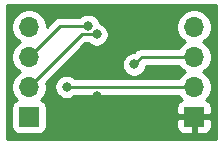
<source format=gbr>
%TF.GenerationSoftware,KiCad,Pcbnew,5.1.8-db9833491~87~ubuntu20.04.1*%
%TF.CreationDate,2020-11-21T16:44:56+09:00*%
%TF.ProjectId,ICM-42688-P_breakout,49434d2d-3432-4363-9838-2d505f627265,V1.0.0*%
%TF.SameCoordinates,Original*%
%TF.FileFunction,Copper,L2,Bot*%
%TF.FilePolarity,Positive*%
%FSLAX46Y46*%
G04 Gerber Fmt 4.6, Leading zero omitted, Abs format (unit mm)*
G04 Created by KiCad (PCBNEW 5.1.8-db9833491~87~ubuntu20.04.1) date 2020-11-21 16:44:56*
%MOMM*%
%LPD*%
G01*
G04 APERTURE LIST*
%TA.AperFunction,ComponentPad*%
%ADD10O,1.700000X1.700000*%
%TD*%
%TA.AperFunction,ComponentPad*%
%ADD11R,1.700000X1.700000*%
%TD*%
%TA.AperFunction,ViaPad*%
%ADD12C,0.800000*%
%TD*%
%TA.AperFunction,Conductor*%
%ADD13C,0.250000*%
%TD*%
%TA.AperFunction,Conductor*%
%ADD14C,0.500000*%
%TD*%
%TA.AperFunction,Conductor*%
%ADD15C,0.254000*%
%TD*%
%TA.AperFunction,Conductor*%
%ADD16C,0.100000*%
%TD*%
G04 APERTURE END LIST*
D10*
%TO.P,J2,4*%
%TO.N,Net-(IC1-Pad12)*%
X142875000Y-86995000D03*
%TO.P,J2,3*%
%TO.N,Net-(IC1-Pad9)*%
X142875000Y-89535000D03*
%TO.P,J2,2*%
%TO.N,Net-(IC1-Pad4)*%
X142875000Y-92075000D03*
D11*
%TO.P,J2,1*%
%TO.N,Net-(C1-Pad2)*%
X142875000Y-94615000D03*
%TD*%
D10*
%TO.P,J1,4*%
%TO.N,Net-(IC1-Pad1)*%
X128905000Y-86995000D03*
%TO.P,J1,3*%
%TO.N,Net-(IC1-Pad14)*%
X128905000Y-89535000D03*
%TO.P,J1,2*%
%TO.N,Net-(IC1-Pad13)*%
X128905000Y-92075000D03*
D11*
%TO.P,J1,1*%
%TO.N,Net-(C1-Pad1)*%
X128905000Y-94615000D03*
%TD*%
D12*
%TO.N,Net-(IC1-Pad14)*%
X133912892Y-86905000D03*
%TO.N,Net-(IC1-Pad13)*%
X134620000Y-87630000D03*
%TO.N,Net-(IC1-Pad9)*%
X137795000Y-90170000D03*
%TO.N,Net-(IC1-Pad4)*%
X132080000Y-92075000D03*
%TO.N,Net-(C1-Pad2)*%
X134620000Y-92839990D03*
X136525000Y-85725000D03*
X131445000Y-93345000D03*
%TD*%
D13*
%TO.N,Net-(IC1-Pad14)*%
X131535000Y-86905000D02*
X133912892Y-86905000D01*
X128905000Y-89535000D02*
X131535000Y-86905000D01*
%TO.N,Net-(IC1-Pad13)*%
X133350000Y-87630000D02*
X134620000Y-87630000D01*
X128905000Y-92075000D02*
X133350000Y-87630000D01*
%TO.N,Net-(IC1-Pad9)*%
X138430000Y-89535000D02*
X137795000Y-90170000D01*
X142875000Y-89535000D02*
X138430000Y-89535000D01*
%TO.N,Net-(IC1-Pad4)*%
X132080000Y-92075000D02*
X142875000Y-92075000D01*
D14*
%TO.N,Net-(C1-Pad2)*%
X136395010Y-94615000D02*
X134620000Y-92839990D01*
X142875000Y-94615000D02*
X136395010Y-94615000D01*
%TD*%
D15*
%TO.N,Net-(C1-Pad2)*%
X144755000Y-96495000D02*
X127025000Y-96495000D01*
X127025000Y-93765000D01*
X127416928Y-93765000D01*
X127416928Y-95465000D01*
X127429188Y-95589482D01*
X127465498Y-95709180D01*
X127524463Y-95819494D01*
X127603815Y-95916185D01*
X127700506Y-95995537D01*
X127810820Y-96054502D01*
X127930518Y-96090812D01*
X128055000Y-96103072D01*
X129755000Y-96103072D01*
X129879482Y-96090812D01*
X129999180Y-96054502D01*
X130109494Y-95995537D01*
X130206185Y-95916185D01*
X130285537Y-95819494D01*
X130344502Y-95709180D01*
X130380812Y-95589482D01*
X130393072Y-95465000D01*
X141386928Y-95465000D01*
X141399188Y-95589482D01*
X141435498Y-95709180D01*
X141494463Y-95819494D01*
X141573815Y-95916185D01*
X141670506Y-95995537D01*
X141780820Y-96054502D01*
X141900518Y-96090812D01*
X142025000Y-96103072D01*
X142589250Y-96100000D01*
X142748000Y-95941250D01*
X142748000Y-94742000D01*
X143002000Y-94742000D01*
X143002000Y-95941250D01*
X143160750Y-96100000D01*
X143725000Y-96103072D01*
X143849482Y-96090812D01*
X143969180Y-96054502D01*
X144079494Y-95995537D01*
X144176185Y-95916185D01*
X144255537Y-95819494D01*
X144314502Y-95709180D01*
X144350812Y-95589482D01*
X144363072Y-95465000D01*
X144360000Y-94900750D01*
X144201250Y-94742000D01*
X143002000Y-94742000D01*
X142748000Y-94742000D01*
X141548750Y-94742000D01*
X141390000Y-94900750D01*
X141386928Y-95465000D01*
X130393072Y-95465000D01*
X130393072Y-93765000D01*
X130380812Y-93640518D01*
X130344502Y-93520820D01*
X130285537Y-93410506D01*
X130206185Y-93313815D01*
X130109494Y-93234463D01*
X129999180Y-93175498D01*
X129926620Y-93153487D01*
X130058475Y-93021632D01*
X130220990Y-92778411D01*
X130332932Y-92508158D01*
X130390000Y-92221260D01*
X130390000Y-91973061D01*
X131045000Y-91973061D01*
X131045000Y-92176939D01*
X131084774Y-92376898D01*
X131162795Y-92565256D01*
X131276063Y-92734774D01*
X131420226Y-92878937D01*
X131589744Y-92992205D01*
X131778102Y-93070226D01*
X131978061Y-93110000D01*
X132181939Y-93110000D01*
X132381898Y-93070226D01*
X132570256Y-92992205D01*
X132739774Y-92878937D01*
X132783711Y-92835000D01*
X141596822Y-92835000D01*
X141721525Y-93021632D01*
X141853380Y-93153487D01*
X141780820Y-93175498D01*
X141670506Y-93234463D01*
X141573815Y-93313815D01*
X141494463Y-93410506D01*
X141435498Y-93520820D01*
X141399188Y-93640518D01*
X141386928Y-93765000D01*
X141390000Y-94329250D01*
X141548750Y-94488000D01*
X142748000Y-94488000D01*
X142748000Y-94468000D01*
X143002000Y-94468000D01*
X143002000Y-94488000D01*
X144201250Y-94488000D01*
X144360000Y-94329250D01*
X144363072Y-93765000D01*
X144350812Y-93640518D01*
X144314502Y-93520820D01*
X144255537Y-93410506D01*
X144176185Y-93313815D01*
X144079494Y-93234463D01*
X143969180Y-93175498D01*
X143896620Y-93153487D01*
X144028475Y-93021632D01*
X144190990Y-92778411D01*
X144302932Y-92508158D01*
X144360000Y-92221260D01*
X144360000Y-91928740D01*
X144302932Y-91641842D01*
X144190990Y-91371589D01*
X144028475Y-91128368D01*
X143821632Y-90921525D01*
X143647240Y-90805000D01*
X143821632Y-90688475D01*
X144028475Y-90481632D01*
X144190990Y-90238411D01*
X144302932Y-89968158D01*
X144360000Y-89681260D01*
X144360000Y-89388740D01*
X144302932Y-89101842D01*
X144190990Y-88831589D01*
X144028475Y-88588368D01*
X143821632Y-88381525D01*
X143647240Y-88265000D01*
X143821632Y-88148475D01*
X144028475Y-87941632D01*
X144190990Y-87698411D01*
X144302932Y-87428158D01*
X144360000Y-87141260D01*
X144360000Y-86848740D01*
X144302932Y-86561842D01*
X144190990Y-86291589D01*
X144028475Y-86048368D01*
X143821632Y-85841525D01*
X143578411Y-85679010D01*
X143308158Y-85567068D01*
X143021260Y-85510000D01*
X142728740Y-85510000D01*
X142441842Y-85567068D01*
X142171589Y-85679010D01*
X141928368Y-85841525D01*
X141721525Y-86048368D01*
X141559010Y-86291589D01*
X141447068Y-86561842D01*
X141390000Y-86848740D01*
X141390000Y-87141260D01*
X141447068Y-87428158D01*
X141559010Y-87698411D01*
X141721525Y-87941632D01*
X141928368Y-88148475D01*
X142102760Y-88265000D01*
X141928368Y-88381525D01*
X141721525Y-88588368D01*
X141596822Y-88775000D01*
X138467333Y-88775000D01*
X138430000Y-88771323D01*
X138392667Y-88775000D01*
X138281014Y-88785997D01*
X138137753Y-88829454D01*
X138005724Y-88900026D01*
X137889999Y-88994999D01*
X137866200Y-89023998D01*
X137755198Y-89135000D01*
X137693061Y-89135000D01*
X137493102Y-89174774D01*
X137304744Y-89252795D01*
X137135226Y-89366063D01*
X136991063Y-89510226D01*
X136877795Y-89679744D01*
X136799774Y-89868102D01*
X136760000Y-90068061D01*
X136760000Y-90271939D01*
X136799774Y-90471898D01*
X136877795Y-90660256D01*
X136991063Y-90829774D01*
X137135226Y-90973937D01*
X137304744Y-91087205D01*
X137493102Y-91165226D01*
X137693061Y-91205000D01*
X137896939Y-91205000D01*
X138096898Y-91165226D01*
X138285256Y-91087205D01*
X138454774Y-90973937D01*
X138598937Y-90829774D01*
X138712205Y-90660256D01*
X138790226Y-90471898D01*
X138825413Y-90295000D01*
X141596822Y-90295000D01*
X141721525Y-90481632D01*
X141928368Y-90688475D01*
X142102760Y-90805000D01*
X141928368Y-90921525D01*
X141721525Y-91128368D01*
X141596822Y-91315000D01*
X132783711Y-91315000D01*
X132739774Y-91271063D01*
X132570256Y-91157795D01*
X132381898Y-91079774D01*
X132181939Y-91040000D01*
X131978061Y-91040000D01*
X131778102Y-91079774D01*
X131589744Y-91157795D01*
X131420226Y-91271063D01*
X131276063Y-91415226D01*
X131162795Y-91584744D01*
X131084774Y-91773102D01*
X131045000Y-91973061D01*
X130390000Y-91973061D01*
X130390000Y-91928740D01*
X130346209Y-91708592D01*
X133664802Y-88390000D01*
X133916289Y-88390000D01*
X133960226Y-88433937D01*
X134129744Y-88547205D01*
X134318102Y-88625226D01*
X134518061Y-88665000D01*
X134721939Y-88665000D01*
X134921898Y-88625226D01*
X135110256Y-88547205D01*
X135279774Y-88433937D01*
X135423937Y-88289774D01*
X135537205Y-88120256D01*
X135615226Y-87931898D01*
X135655000Y-87731939D01*
X135655000Y-87528061D01*
X135615226Y-87328102D01*
X135537205Y-87139744D01*
X135423937Y-86970226D01*
X135279774Y-86826063D01*
X135110256Y-86712795D01*
X134921898Y-86634774D01*
X134914110Y-86633225D01*
X134908118Y-86603102D01*
X134830097Y-86414744D01*
X134716829Y-86245226D01*
X134572666Y-86101063D01*
X134403148Y-85987795D01*
X134214790Y-85909774D01*
X134014831Y-85870000D01*
X133810953Y-85870000D01*
X133610994Y-85909774D01*
X133422636Y-85987795D01*
X133253118Y-86101063D01*
X133209181Y-86145000D01*
X131572325Y-86145000D01*
X131535000Y-86141324D01*
X131497675Y-86145000D01*
X131497667Y-86145000D01*
X131386014Y-86155997D01*
X131242753Y-86199454D01*
X131110724Y-86270026D01*
X130994999Y-86364999D01*
X130971201Y-86393997D01*
X130390000Y-86975198D01*
X130390000Y-86848740D01*
X130332932Y-86561842D01*
X130220990Y-86291589D01*
X130058475Y-86048368D01*
X129851632Y-85841525D01*
X129608411Y-85679010D01*
X129338158Y-85567068D01*
X129051260Y-85510000D01*
X128758740Y-85510000D01*
X128471842Y-85567068D01*
X128201589Y-85679010D01*
X127958368Y-85841525D01*
X127751525Y-86048368D01*
X127589010Y-86291589D01*
X127477068Y-86561842D01*
X127420000Y-86848740D01*
X127420000Y-87141260D01*
X127477068Y-87428158D01*
X127589010Y-87698411D01*
X127751525Y-87941632D01*
X127958368Y-88148475D01*
X128132760Y-88265000D01*
X127958368Y-88381525D01*
X127751525Y-88588368D01*
X127589010Y-88831589D01*
X127477068Y-89101842D01*
X127420000Y-89388740D01*
X127420000Y-89681260D01*
X127477068Y-89968158D01*
X127589010Y-90238411D01*
X127751525Y-90481632D01*
X127958368Y-90688475D01*
X128132760Y-90805000D01*
X127958368Y-90921525D01*
X127751525Y-91128368D01*
X127589010Y-91371589D01*
X127477068Y-91641842D01*
X127420000Y-91928740D01*
X127420000Y-92221260D01*
X127477068Y-92508158D01*
X127589010Y-92778411D01*
X127751525Y-93021632D01*
X127883380Y-93153487D01*
X127810820Y-93175498D01*
X127700506Y-93234463D01*
X127603815Y-93313815D01*
X127524463Y-93410506D01*
X127465498Y-93520820D01*
X127429188Y-93640518D01*
X127416928Y-93765000D01*
X127025000Y-93765000D01*
X127025000Y-85115000D01*
X144755001Y-85115000D01*
X144755000Y-96495000D01*
%TA.AperFunction,Conductor*%
D16*
G36*
X144755000Y-96495000D02*
G01*
X127025000Y-96495000D01*
X127025000Y-93765000D01*
X127416928Y-93765000D01*
X127416928Y-95465000D01*
X127429188Y-95589482D01*
X127465498Y-95709180D01*
X127524463Y-95819494D01*
X127603815Y-95916185D01*
X127700506Y-95995537D01*
X127810820Y-96054502D01*
X127930518Y-96090812D01*
X128055000Y-96103072D01*
X129755000Y-96103072D01*
X129879482Y-96090812D01*
X129999180Y-96054502D01*
X130109494Y-95995537D01*
X130206185Y-95916185D01*
X130285537Y-95819494D01*
X130344502Y-95709180D01*
X130380812Y-95589482D01*
X130393072Y-95465000D01*
X141386928Y-95465000D01*
X141399188Y-95589482D01*
X141435498Y-95709180D01*
X141494463Y-95819494D01*
X141573815Y-95916185D01*
X141670506Y-95995537D01*
X141780820Y-96054502D01*
X141900518Y-96090812D01*
X142025000Y-96103072D01*
X142589250Y-96100000D01*
X142748000Y-95941250D01*
X142748000Y-94742000D01*
X143002000Y-94742000D01*
X143002000Y-95941250D01*
X143160750Y-96100000D01*
X143725000Y-96103072D01*
X143849482Y-96090812D01*
X143969180Y-96054502D01*
X144079494Y-95995537D01*
X144176185Y-95916185D01*
X144255537Y-95819494D01*
X144314502Y-95709180D01*
X144350812Y-95589482D01*
X144363072Y-95465000D01*
X144360000Y-94900750D01*
X144201250Y-94742000D01*
X143002000Y-94742000D01*
X142748000Y-94742000D01*
X141548750Y-94742000D01*
X141390000Y-94900750D01*
X141386928Y-95465000D01*
X130393072Y-95465000D01*
X130393072Y-93765000D01*
X130380812Y-93640518D01*
X130344502Y-93520820D01*
X130285537Y-93410506D01*
X130206185Y-93313815D01*
X130109494Y-93234463D01*
X129999180Y-93175498D01*
X129926620Y-93153487D01*
X130058475Y-93021632D01*
X130220990Y-92778411D01*
X130332932Y-92508158D01*
X130390000Y-92221260D01*
X130390000Y-91973061D01*
X131045000Y-91973061D01*
X131045000Y-92176939D01*
X131084774Y-92376898D01*
X131162795Y-92565256D01*
X131276063Y-92734774D01*
X131420226Y-92878937D01*
X131589744Y-92992205D01*
X131778102Y-93070226D01*
X131978061Y-93110000D01*
X132181939Y-93110000D01*
X132381898Y-93070226D01*
X132570256Y-92992205D01*
X132739774Y-92878937D01*
X132783711Y-92835000D01*
X141596822Y-92835000D01*
X141721525Y-93021632D01*
X141853380Y-93153487D01*
X141780820Y-93175498D01*
X141670506Y-93234463D01*
X141573815Y-93313815D01*
X141494463Y-93410506D01*
X141435498Y-93520820D01*
X141399188Y-93640518D01*
X141386928Y-93765000D01*
X141390000Y-94329250D01*
X141548750Y-94488000D01*
X142748000Y-94488000D01*
X142748000Y-94468000D01*
X143002000Y-94468000D01*
X143002000Y-94488000D01*
X144201250Y-94488000D01*
X144360000Y-94329250D01*
X144363072Y-93765000D01*
X144350812Y-93640518D01*
X144314502Y-93520820D01*
X144255537Y-93410506D01*
X144176185Y-93313815D01*
X144079494Y-93234463D01*
X143969180Y-93175498D01*
X143896620Y-93153487D01*
X144028475Y-93021632D01*
X144190990Y-92778411D01*
X144302932Y-92508158D01*
X144360000Y-92221260D01*
X144360000Y-91928740D01*
X144302932Y-91641842D01*
X144190990Y-91371589D01*
X144028475Y-91128368D01*
X143821632Y-90921525D01*
X143647240Y-90805000D01*
X143821632Y-90688475D01*
X144028475Y-90481632D01*
X144190990Y-90238411D01*
X144302932Y-89968158D01*
X144360000Y-89681260D01*
X144360000Y-89388740D01*
X144302932Y-89101842D01*
X144190990Y-88831589D01*
X144028475Y-88588368D01*
X143821632Y-88381525D01*
X143647240Y-88265000D01*
X143821632Y-88148475D01*
X144028475Y-87941632D01*
X144190990Y-87698411D01*
X144302932Y-87428158D01*
X144360000Y-87141260D01*
X144360000Y-86848740D01*
X144302932Y-86561842D01*
X144190990Y-86291589D01*
X144028475Y-86048368D01*
X143821632Y-85841525D01*
X143578411Y-85679010D01*
X143308158Y-85567068D01*
X143021260Y-85510000D01*
X142728740Y-85510000D01*
X142441842Y-85567068D01*
X142171589Y-85679010D01*
X141928368Y-85841525D01*
X141721525Y-86048368D01*
X141559010Y-86291589D01*
X141447068Y-86561842D01*
X141390000Y-86848740D01*
X141390000Y-87141260D01*
X141447068Y-87428158D01*
X141559010Y-87698411D01*
X141721525Y-87941632D01*
X141928368Y-88148475D01*
X142102760Y-88265000D01*
X141928368Y-88381525D01*
X141721525Y-88588368D01*
X141596822Y-88775000D01*
X138467333Y-88775000D01*
X138430000Y-88771323D01*
X138392667Y-88775000D01*
X138281014Y-88785997D01*
X138137753Y-88829454D01*
X138005724Y-88900026D01*
X137889999Y-88994999D01*
X137866200Y-89023998D01*
X137755198Y-89135000D01*
X137693061Y-89135000D01*
X137493102Y-89174774D01*
X137304744Y-89252795D01*
X137135226Y-89366063D01*
X136991063Y-89510226D01*
X136877795Y-89679744D01*
X136799774Y-89868102D01*
X136760000Y-90068061D01*
X136760000Y-90271939D01*
X136799774Y-90471898D01*
X136877795Y-90660256D01*
X136991063Y-90829774D01*
X137135226Y-90973937D01*
X137304744Y-91087205D01*
X137493102Y-91165226D01*
X137693061Y-91205000D01*
X137896939Y-91205000D01*
X138096898Y-91165226D01*
X138285256Y-91087205D01*
X138454774Y-90973937D01*
X138598937Y-90829774D01*
X138712205Y-90660256D01*
X138790226Y-90471898D01*
X138825413Y-90295000D01*
X141596822Y-90295000D01*
X141721525Y-90481632D01*
X141928368Y-90688475D01*
X142102760Y-90805000D01*
X141928368Y-90921525D01*
X141721525Y-91128368D01*
X141596822Y-91315000D01*
X132783711Y-91315000D01*
X132739774Y-91271063D01*
X132570256Y-91157795D01*
X132381898Y-91079774D01*
X132181939Y-91040000D01*
X131978061Y-91040000D01*
X131778102Y-91079774D01*
X131589744Y-91157795D01*
X131420226Y-91271063D01*
X131276063Y-91415226D01*
X131162795Y-91584744D01*
X131084774Y-91773102D01*
X131045000Y-91973061D01*
X130390000Y-91973061D01*
X130390000Y-91928740D01*
X130346209Y-91708592D01*
X133664802Y-88390000D01*
X133916289Y-88390000D01*
X133960226Y-88433937D01*
X134129744Y-88547205D01*
X134318102Y-88625226D01*
X134518061Y-88665000D01*
X134721939Y-88665000D01*
X134921898Y-88625226D01*
X135110256Y-88547205D01*
X135279774Y-88433937D01*
X135423937Y-88289774D01*
X135537205Y-88120256D01*
X135615226Y-87931898D01*
X135655000Y-87731939D01*
X135655000Y-87528061D01*
X135615226Y-87328102D01*
X135537205Y-87139744D01*
X135423937Y-86970226D01*
X135279774Y-86826063D01*
X135110256Y-86712795D01*
X134921898Y-86634774D01*
X134914110Y-86633225D01*
X134908118Y-86603102D01*
X134830097Y-86414744D01*
X134716829Y-86245226D01*
X134572666Y-86101063D01*
X134403148Y-85987795D01*
X134214790Y-85909774D01*
X134014831Y-85870000D01*
X133810953Y-85870000D01*
X133610994Y-85909774D01*
X133422636Y-85987795D01*
X133253118Y-86101063D01*
X133209181Y-86145000D01*
X131572325Y-86145000D01*
X131535000Y-86141324D01*
X131497675Y-86145000D01*
X131497667Y-86145000D01*
X131386014Y-86155997D01*
X131242753Y-86199454D01*
X131110724Y-86270026D01*
X130994999Y-86364999D01*
X130971201Y-86393997D01*
X130390000Y-86975198D01*
X130390000Y-86848740D01*
X130332932Y-86561842D01*
X130220990Y-86291589D01*
X130058475Y-86048368D01*
X129851632Y-85841525D01*
X129608411Y-85679010D01*
X129338158Y-85567068D01*
X129051260Y-85510000D01*
X128758740Y-85510000D01*
X128471842Y-85567068D01*
X128201589Y-85679010D01*
X127958368Y-85841525D01*
X127751525Y-86048368D01*
X127589010Y-86291589D01*
X127477068Y-86561842D01*
X127420000Y-86848740D01*
X127420000Y-87141260D01*
X127477068Y-87428158D01*
X127589010Y-87698411D01*
X127751525Y-87941632D01*
X127958368Y-88148475D01*
X128132760Y-88265000D01*
X127958368Y-88381525D01*
X127751525Y-88588368D01*
X127589010Y-88831589D01*
X127477068Y-89101842D01*
X127420000Y-89388740D01*
X127420000Y-89681260D01*
X127477068Y-89968158D01*
X127589010Y-90238411D01*
X127751525Y-90481632D01*
X127958368Y-90688475D01*
X128132760Y-90805000D01*
X127958368Y-90921525D01*
X127751525Y-91128368D01*
X127589010Y-91371589D01*
X127477068Y-91641842D01*
X127420000Y-91928740D01*
X127420000Y-92221260D01*
X127477068Y-92508158D01*
X127589010Y-92778411D01*
X127751525Y-93021632D01*
X127883380Y-93153487D01*
X127810820Y-93175498D01*
X127700506Y-93234463D01*
X127603815Y-93313815D01*
X127524463Y-93410506D01*
X127465498Y-93520820D01*
X127429188Y-93640518D01*
X127416928Y-93765000D01*
X127025000Y-93765000D01*
X127025000Y-85115000D01*
X144755001Y-85115000D01*
X144755000Y-96495000D01*
G37*
%TD.AperFunction*%
%TD*%
M02*

</source>
